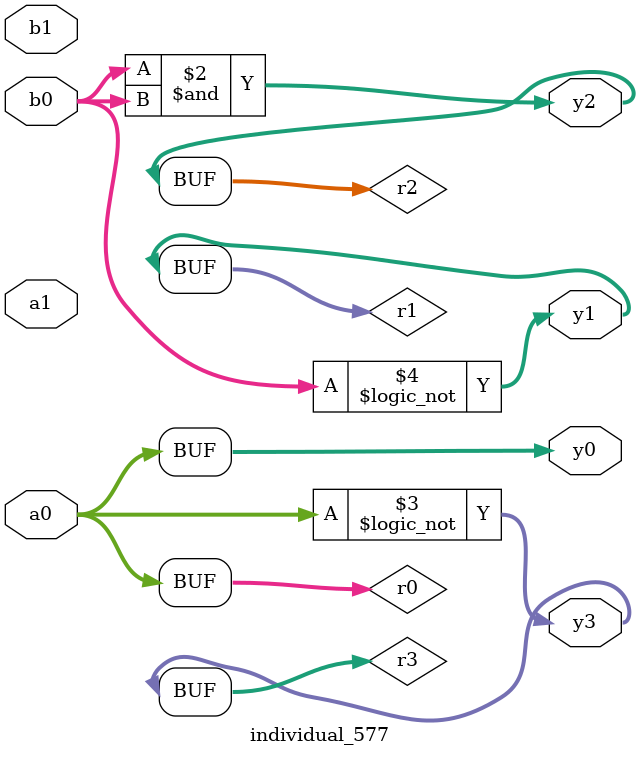
<source format=sv>
module individual_577(input logic [15:0] a1, input logic [15:0] a0, input logic [15:0] b1, input logic [15:0] b0, output logic [15:0] y3, output logic [15:0] y2, output logic [15:0] y1, output logic [15:0] y0);
logic [15:0] r0, r1, r2, r3; 
 always@(*) begin 
	 r0 = a0; r1 = a1; r2 = b0; r3 = b1; 
 	 r2  &=  b0 ;
 	 r3 = ! a0 ;
 	 r1 = ! b0 ;
 	 y3 = r3; y2 = r2; y1 = r1; y0 = r0; 
end
endmodule
</source>
